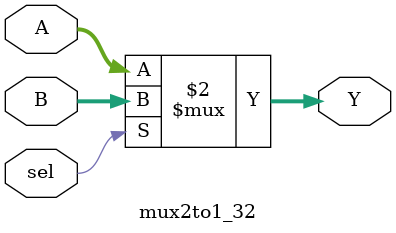
<source format=sv>
`timescale 1ns / 1ps

module mux2to1_32( //Ports declaration inside the brackets.
    input logic [31:0] A,
    input logic [31:0] B,
    input logic sel,
    output [31:0] Y
    );  //  Don't forget semi-colon
    
    assign Y = (sel == 1'b0)? A : B;
    // Means that if sel == 0, Y = A, if sel == 1, Y = B
    // 1'b0 means 1 bit with binary value of 0
    // 2'b10 would mean 2 bit with binary value of 10
    // 3'o3 would mean 3 bit with octal value of 3
    // 8'd9 would mean 8 bit with decimal value of 9
    // 4'hF would mean 4 bit with hexadecimal value of F. Same as 4'b1111
    
endmodule
</source>
